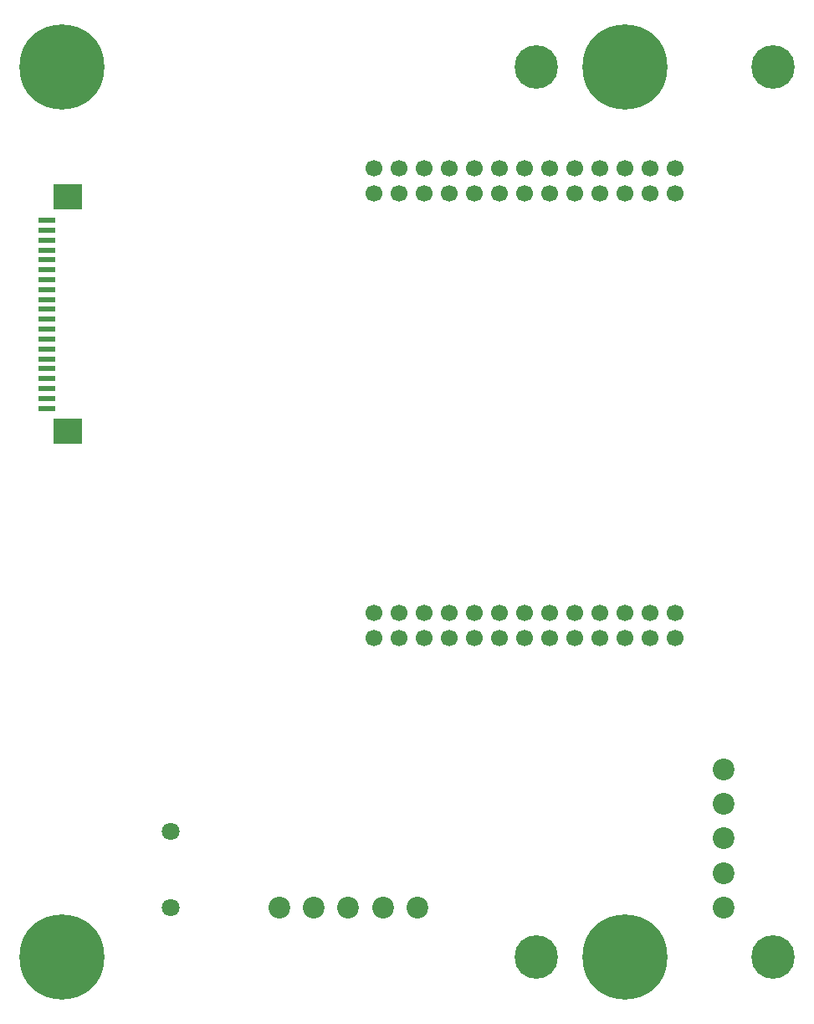
<source format=gbr>
%TF.GenerationSoftware,KiCad,Pcbnew,9.0.6*%
%TF.CreationDate,2025-12-03T08:33:47+03:00*%
%TF.ProjectId,PMCPU-LLU,504d4350-552d-44c4-9c55-2e6b69636164,rev?*%
%TF.SameCoordinates,Original*%
%TF.FileFunction,Soldermask,Bot*%
%TF.FilePolarity,Negative*%
%FSLAX46Y46*%
G04 Gerber Fmt 4.6, Leading zero omitted, Abs format (unit mm)*
G04 Created by KiCad (PCBNEW 9.0.6) date 2025-12-03 08:33:47*
%MOMM*%
%LPD*%
G01*
G04 APERTURE LIST*
%ADD10C,0.900000*%
%ADD11C,8.600000*%
%ADD12C,2.200000*%
%ADD13C,1.800000*%
%ADD14C,1.700000*%
%ADD15C,0.700000*%
%ADD16C,4.400000*%
%ADD17R,1.800000X0.600000*%
%ADD18R,3.000000X2.600000*%
G04 APERTURE END LIST*
D10*
%TO.C,H2*%
X18775000Y45000000D03*
X19719581Y47280419D03*
X19719581Y42719581D03*
X22000000Y48225000D03*
D11*
X22000000Y45000000D03*
D10*
X22000000Y41775000D03*
X24280419Y47280419D03*
X24280419Y42719581D03*
X25225000Y45000000D03*
%TD*%
D12*
%TO.C,J6*%
X32000000Y-40000000D03*
X32000000Y-36500000D03*
X32000000Y-33000000D03*
X32000000Y-29500000D03*
X32000000Y-26000000D03*
%TD*%
D10*
%TO.C,H3*%
X-38225000Y-45000000D03*
X-37280419Y-42719581D03*
X-37280419Y-47280419D03*
X-35000000Y-41775000D03*
D11*
X-35000000Y-45000000D03*
D10*
X-35000000Y-48225000D03*
X-32719581Y-42719581D03*
X-32719581Y-47280419D03*
X-31775000Y-45000000D03*
%TD*%
D13*
%TO.C,J5*%
X-24000000Y-32250000D03*
X-24000000Y-40000000D03*
%TD*%
D14*
%TO.C,U2*%
X-3440000Y34770000D03*
X21960000Y34770000D03*
X24500000Y34770000D03*
X27040000Y34770000D03*
X-900000Y34770000D03*
X21960000Y32230000D03*
X24500000Y32230000D03*
X27040000Y32230000D03*
X1640000Y34770000D03*
X21960000Y-10230000D03*
X24500000Y-10230000D03*
X27040000Y-10230000D03*
X4180000Y34770000D03*
X21960000Y-12770000D03*
X24500000Y-12770000D03*
X27040000Y-12770000D03*
X6720000Y34770000D03*
X9260000Y34770000D03*
X11800000Y34770000D03*
X14340000Y34770000D03*
X16880000Y34770000D03*
X19420000Y34770000D03*
X-3440000Y32230000D03*
X-900000Y32230000D03*
X1640000Y32230000D03*
X4180000Y32230000D03*
X6720000Y32230000D03*
X9260000Y32230000D03*
X11800000Y32230000D03*
X14340000Y32230000D03*
X16880000Y32230000D03*
X19420000Y32230000D03*
X-3440000Y-10230000D03*
X-900000Y-10230000D03*
X1640000Y-10230000D03*
X4180000Y-10230000D03*
X6720000Y-10230000D03*
X9260000Y-10230000D03*
X11800000Y-10230000D03*
X14340000Y-10230000D03*
X16880000Y-10230000D03*
X19420000Y-10230000D03*
X-3440000Y-12770000D03*
X-900000Y-12770000D03*
X1640000Y-12770000D03*
X4180000Y-12770000D03*
X6720000Y-12770000D03*
X9260000Y-12770000D03*
X11800000Y-12770000D03*
X14340000Y-12770000D03*
X16880000Y-12770000D03*
X19420000Y-12770000D03*
%TD*%
D10*
%TO.C,H4*%
X18775000Y-45000000D03*
X19719581Y-42719581D03*
X19719581Y-47280419D03*
X22000000Y-41775000D03*
D11*
X22000000Y-45000000D03*
D10*
X22000000Y-48225000D03*
X24280419Y-42719581D03*
X24280419Y-47280419D03*
X25225000Y-45000000D03*
%TD*%
D15*
%TO.C,SP1*%
X11350000Y45000000D03*
X11350000Y-45000000D03*
X11833274Y46166726D03*
X11833274Y43833274D03*
X11833274Y-43833274D03*
X11833274Y-46166726D03*
X13000000Y46650000D03*
D16*
X13000000Y45000000D03*
D15*
X13000000Y43350000D03*
X13000000Y-43350000D03*
D16*
X13000000Y-45000000D03*
D15*
X13000000Y-46650000D03*
X14166726Y46166726D03*
X14166726Y43833274D03*
X14166726Y-43833274D03*
X14166726Y-46166726D03*
X14650000Y45000000D03*
X14650000Y-45000000D03*
X35350000Y45000000D03*
X35350000Y-45000000D03*
X35833274Y46166726D03*
X35833274Y43833274D03*
X35833274Y-43833274D03*
X35833274Y-46166726D03*
X37000000Y46650000D03*
D16*
X37000000Y45000000D03*
D15*
X37000000Y43350000D03*
X37000000Y-43350000D03*
D16*
X37000000Y-45000000D03*
D15*
X37000000Y-46650000D03*
X38166726Y46166726D03*
X38166726Y43833274D03*
X38166726Y-43833274D03*
X38166726Y-46166726D03*
X38650000Y45000000D03*
X38650000Y-45000000D03*
%TD*%
D12*
%TO.C,J1*%
X-13000000Y-40000000D03*
X-9500000Y-40000000D03*
X-6000000Y-40000000D03*
X-2500000Y-40000000D03*
X1000000Y-40000000D03*
%TD*%
D10*
%TO.C,H1*%
X-38225000Y45000000D03*
X-37280419Y47280419D03*
X-37280419Y42719581D03*
X-35000000Y48225000D03*
D11*
X-35000000Y45000000D03*
D10*
X-35000000Y41775000D03*
X-32719581Y47280419D03*
X-32719581Y42719581D03*
X-31775000Y45000000D03*
%TD*%
D17*
%TO.C,JM1*%
X-36546000Y29500000D03*
X-36546000Y28500000D03*
X-36546000Y27500000D03*
X-36546000Y26500000D03*
X-36546000Y25500000D03*
X-36546000Y24500000D03*
X-36546000Y23500000D03*
X-36546000Y22500000D03*
X-36546000Y21500000D03*
X-36546000Y20500000D03*
X-36546000Y19500000D03*
X-36546000Y18500000D03*
X-36546000Y17500000D03*
X-36546000Y16500000D03*
X-36546000Y15500000D03*
X-36546000Y14500000D03*
X-36546000Y13500000D03*
X-36546000Y12500000D03*
X-36546000Y11500000D03*
X-36546000Y10500000D03*
D18*
X-34375000Y31850000D03*
X-34375000Y8150000D03*
%TD*%
M02*

</source>
